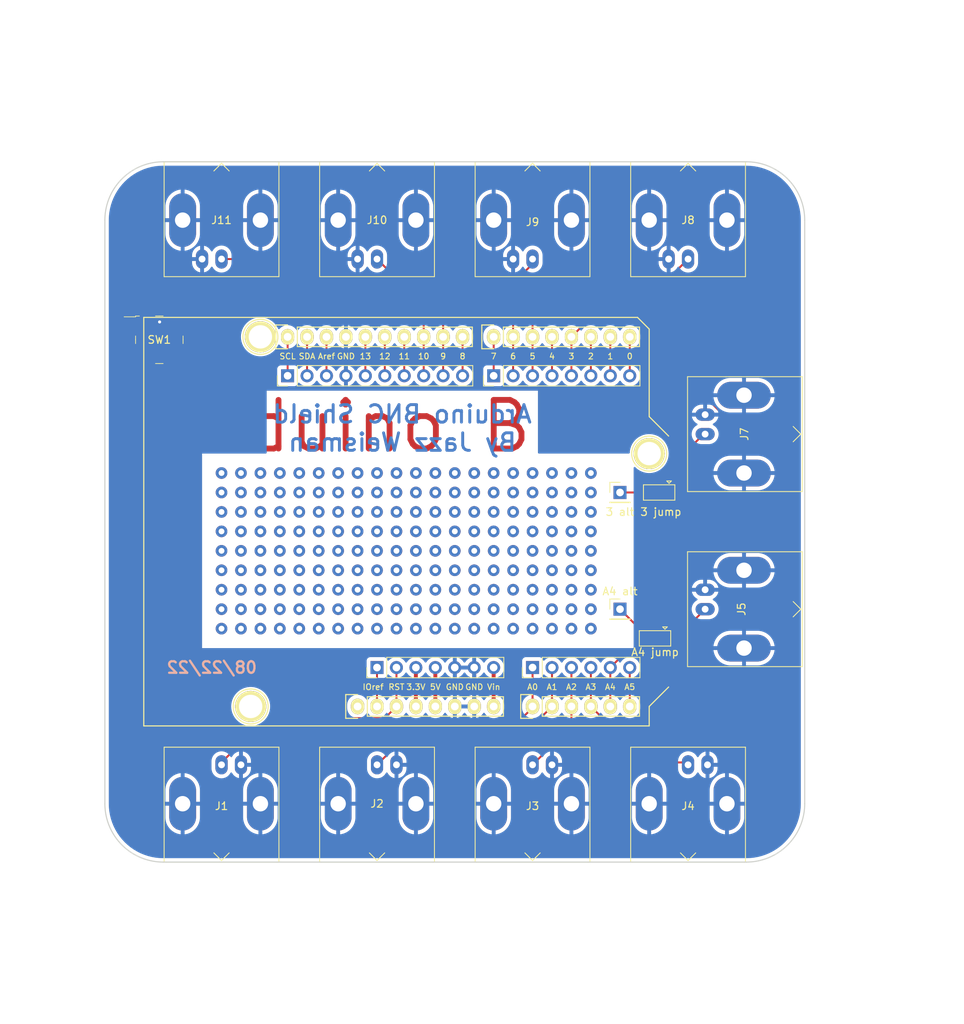
<source format=kicad_pcb>
(kicad_pcb (version 20211014) (generator pcbnew)
  (title_block (date "lun. 30 mars 2015"))
  (layers (0 "F.Cu" signal) (31 "B.Cu" signal) (34 "B.Paste" user) (35 "F.Paste" user) (36 "B.SilkS" user "B.Silkscreen") (37 "F.SilkS" user "F.Silkscreen") (38 "B.Mask" user) (39 "F.Mask" user) (44 "Edge.Cuts" user))
  (net 0 "")
  (net 1 "/IOREF")
  (net 2 "/Reset")
  (net 3 "+5V")
  (net 4 "GND")
  (net 5 "/Vin")
  (net 6 "/A0")
  (net 7 "/A1")
  (net 8 "/A2")
  (net 9 "/A3")
  (net 10 "/AREF")
  (net 11 "/A4(SDA)")
  (net 12 "/A5(SCL)")
  (net 13 "/9(**)")
  (net 14 "/8")
  (net 15 "/7")
  (net 16 "/6(**)")
  (net 17 "/5(**)")
  (net 18 "/4")
  (net 19 "/3(**)")
  (net 20 "/2")
  (net 21 "/1(Tx)")
  (net 22 "/0(Rx)")
  (net 23 "/13(SCK)")
  (net 24 "+3V3")
  (net 25 "/12(MISO)")
  (net 27 "/11(**{slash}MOSI)")
  (net 28 "/10(**{slash}SS)")
  (net 32 "Net-(J5-Pad1)")
  (net 33 "Net-(J7-Pad1)")
  (net 34 "Net-(J15-Pad1)")
  (net 35 "Net-(J16-Pad1)")
  (footprint "Socket_Arduino_Uno:Socket_Strip_Arduino_1x08" (layer "F.Cu") (at 138.938 123.825)
    (fp_text reference "P1")
    (fp_text value "Power")
  )
  (footprint "Socket_Arduino_Uno:Socket_Strip_Arduino_1x06" (layer "F.Cu") (at 161.798 123.825)
    (fp_text reference "P2")
    (fp_text value "Analog")
  )
  (footprint "Socket_Arduino_Uno:Socket_Strip_Arduino_1x10" (layer "F.Cu") (at 129.794 75.565)
    (fp_text reference "P3")
    (fp_text value "Digital")
  )
  (footprint "Socket_Arduino_Uno:Socket_Strip_Arduino_1x08" (layer "F.Cu") (at 156.718 75.565)
    (fp_text reference "P4")
    (fp_text value "Digital")
  )
  (footprint "Socket_Arduino_Uno:Arduino_1pin" (layer "F.Cu") (at 124.968 123.825)
    (fp_text reference "P5" hide)
    (fp_text value "CONN_01X01" hide)
  )
  (footprint "Socket_Arduino_Uno:Arduino_1pin" (layer "F.Cu") (at 126.238 75.565)
    (fp_text reference "P7" hide)
    (fp_text value "CONN_01X01" hide)
  )
  (footprint "Socket_Arduino_Uno:Arduino_1pin" (layer "F.Cu") (at 177.038 90.805)
    (fp_text reference "P8" hide)
    (fp_text value "CONN_01X01" hide)
  )
  (footprint "Misc_custom:4by4_thru_holes_0.1in" (layer "F.Cu") (at 122.428 94.615)
    (fp_text reference "REF**")
    (fp_text value "4by4_thru_holes_0.1in")
  )
  (footprint "Connector_Coaxial:BNC_Amphenol_B6252HB-NPP3G-50_Horizontal" (layer "F.Cu") (at 141.478 65.405)
    (fp_text reference "J10")
    (fp_text value "Conn_Coaxial")
  )
  (footprint "Connector_PinHeader_2.54mm:PinHeader_1x07_P2.54mm_Vertical" (layer "F.Cu") (at 141.473 118.745 90)
    (fp_text reference "J6")
    (fp_text value "Conn_01x07_Male")
  )
  (footprint "Connector_PinHeader_2.54mm:PinHeader_1x01_P2.54mm_Vertical" (layer "F.Cu") (at 173.228 95.885)
    (fp_text reference "3 alt")
    (fp_text value "Conn_01x01_Male")
  )
  (footprint "Misc_custom:4by4_thru_holes_0.1in" (layer "F.Cu") (at 163.068 104.775)
    (fp_text reference "REF**")
    (fp_text value "4by4_thru_holes_0.1in")
  )
  (footprint "Jumper:SolderJumper-3_P1.3mm_Bridged12_Pad1.0x1.5mm" (layer "F.Cu") (at 178.338 95.885 180)
    (fp_text reference "3 jump")
    (fp_text value "jumper")
  )
  (footprint "Connector_Coaxial:BNC_Amphenol_B6252HB-NPP3G-50_Horizontal" (layer "F.Cu") (at 182.118 65.405)
    (fp_text reference "J8")
    (fp_text value "Conn_Coaxial")
  )
  (footprint "Connector_PinHeader_2.54mm:PinHeader_1x06_P2.54mm_Vertical" (layer "F.Cu") (at 161.798 118.745 90)
    (fp_text reference "J12")
    (fp_text value "Conn_01x06_Male")
  )
  (footprint "Jumper:SolderJumper-3_P1.3mm_Bridged12_Pad1.0x1.5mm" (layer "F.Cu") (at 177.8 114.935 180)
    (fp_text reference "A4 jump")
    (fp_text value "jumper")
  )
  (footprint "Misc_custom:4_thru_holes_0.1in" (layer "F.Cu") (at 165.608 113.665)
    (fp_text reference "REF**")
    (fp_text value "4_thru_holes_0.1in")
  )
  (footprint "Connector_Coaxial:BNC_Amphenol_B6252HB-NPP3G-50_Horizontal" (layer "F.Cu") (at 121.158 65.405)
    (fp_text reference "J11")
    (fp_text value "Conn_Coaxial")
  )
  (footprint "Connector_Coaxial:BNC_Amphenol_B6252HB-NPP3G-50_Horizontal" (layer "F.Cu") (at 184.348 88.265 -90)
    (fp_text reference "J7")
    (fp_text value "Conn_Coaxial")
  )
  (footprint "Misc_custom:4_thru_holes_0.1in" (layer "F.Cu") (at 135.128 113.665)
    (fp_text reference "REF**")
    (fp_text value "4_thru_holes_0.1in")
  )
  (footprint "Misc_custom:4by4_thru_holes_0.1in" (layer "F.Cu") (at 142.748 104.775)
    (fp_text reference "REF**")
    (fp_text value "4by4_thru_holes_0.1in")
  )
  (footprint "Connector_Coaxial:BNC_Amphenol_B6252HB-NPP3G-50_Horizontal" (layer "F.Cu") (at 184.348 111.125 -90)
    (fp_text reference "J5")
    (fp_text value "Conn_Coaxial")
  )
  (footprint "Misc_custom:4by4_thru_holes_0.1in" (layer "F.Cu") (at 142.748 94.615)
    (fp_text reference "REF**")
    (fp_text value "4by4_thru_holes_0.1in")
  )
  (footprint "Connector_PinHeader_2.54mm:PinHeader_1x08_P2.54mm_Vertical" (layer "F.Cu") (at 156.718 80.645 90)
    (fp_text reference "J14")
    (fp_text value "Conn_01x08_Male")
  )
  (footprint "Misc_custom:4by4_thru_holes_0.1in" (layer "F.Cu") (at 122.428 104.775)
    (fp_text reference "REF**")
    (fp_text value "4by4_thru_holes_0.1in")
  )
  (footprint "Connector_Coaxial:BNC_Amphenol_B6252HB-NPP3G-50_Horizontal" (layer "F.Cu") (at 121.158 131.445 180)
    (fp_text reference "J1")
    (fp_text value "Conn_Coaxial")
  )
  (footprint "Connector_Coaxial:BNC_Amphenol_B6252HB-NPP3G-50_Horizontal" (layer "F.Cu") (at 182.118 131.445 180)
    (fp_text reference "J4")
    (fp_text value "Conn_Coaxial")
  )
  (footprint "Connector_PinHeader_2.54mm:PinHeader_1x01_P2.54mm_Vertical" (layer "F.Cu") (at 173.228 111.125)
    (fp_text reference "A4 alt")
    (fp_text value "Conn_01x01_Male")
  )
  (footprint "Misc_custom:4_thru_holes_0.1in" (layer "F.Cu") (at 155.448 113.665)
    (fp_text reference "REF**")
    (fp_text value "4_thru_holes_0.1in")
  )
  (footprint "Connector_Coaxial:BNC_Amphenol_B6252HB-NPP3G-50_Horizontal" (layer "F.Cu") (at 161.798 131.445 180)
    (fp_text reference "J3")
    (fp_text value "Conn_Coaxial")
  )
  (footprint "Misc_custom:4by4_thru_holes_0.1in" (layer "F.Cu") (at 152.908 94.615)
    (fp_text reference "REF**")
    (fp_text value "4by4_thru_holes_0.1in")
  )
  (footprint "Misc_custom:4by4_thru_holes_0.1in" (layer "F.Cu") (at 132.588 104.775)
    (fp_text reference "REF**")
    (fp_text value "4by4_thru_holes_0.1in")
  )
  (footprint "Connector_Coaxial:BNC_Amphenol_B6252HB-NPP3G-50_Horizontal" (layer "F.Cu") (at 161.798 65.405)
    (fp_text reference "J9")
    (fp_text value "Conn_Coaxial")
  )
  (footprint "Misc_custom:4_thru_holes_0.1in" (layer "F.Cu") (at 145.288 113.665)
    (fp_text reference "REF**")
    (fp_text value "4_thru_holes_0.1in")
  )
  (footprint "Connector_PinHeader_2.54mm:PinHeader_1x10_P2.54mm_Vertical" (layer "F.Cu") (at 129.794 80.645 90)
    (fp_text reference "J13")
    (fp_text value "Conn_01x10_Male")
  )
  (footprint "Misc_custom:4by4_thru_holes_0.1in" (layer "F.Cu") (at 163.068 94.615)
    (fp_text reference "REF**")
    (fp_text value "4by4_thru_holes_0.1in")
  )
  (footprint "Connector_Coaxial:BNC_Amphenol_B6252HB-NPP3G-50_Horizontal" (layer "F.Cu") (at 141.478 131.445 180)
    (fp_text reference "J2")
    (fp_text value "Conn_Coaxial")
  )
  (footprint "Misc_custom:4_thru_holes_0.1in" (layer "F.Cu") (at 124.968 113.665)
    (fp_text reference "REF**")
    (fp_text value "4_thru_holes_0.1in")
  )
  (footprint "Misc_custom:4by4_thru_holes_0.1in" (layer "F.Cu") (at 152.908 104.775)
    (fp_text reference "REF**")
    (fp_text value "4by4_thru_holes_0.1in")
  )
  (footprint "Misc_custom:4by4_thru_holes_0.1in" (layer "F.Cu") (at 132.588 94.615)
    (fp_text reference "REF**")
    (fp_text value "4by4_thru_holes_0.1in")
  )
  (footprint "digikey-footprints:Switch_Tactile_SMD_6x6mm_PTS645" (layer "F.Cu") (at 113.03 75.946)
    (fp_text reference "SW1")
    (fp_text value "SW_MEC_5E")
  )
  (gr_line (start 179.578 88.519) (end 177.038 85.979) (layer "F.SilkS") (width 0.15))
  (gr_line (start 177.038 126.365) (end 177.038 123.825) (layer "F.SilkS") (width 0.15))
  (gr_line (start 177.038 74.549) (end 175.514 73.025) (layer "F.SilkS") (width 0.15))
  (gr_line (start 177.038 123.825) (end 179.578 121.285) (layer "F.SilkS") (width 0.15))
  (gr_line (start 110.998 73.025) (end 110.998 126.365) (layer "F.SilkS") (width 0.15))
  (gr_line (start 110.998 126.365) (end 177.038 126.365) (layer "F.SilkS") (width 0.15))
  (gr_line (start 175.514 73.025) (end 110.998 73.025) (layer "F.SilkS") (width 0.15))
  (gr_line (start 177.038 85.979) (end 177.038 74.549) (layer "F.SilkS") (width 0.15))
  (gr_arc (start 105.918 60.325) (mid 108.149846 54.936846) (end 113.538 52.705) (layer "Edge.Cuts") (width 0.15))
  (gr_line (start 189.738 144.145) (end 113.538 144.145) (layer "Edge.Cuts") (width 0.15))
  (gr_line (start 197.358 60.325) (end 197.358 136.525) (layer "Edge.Cuts") (width 0.15))
  (gr_line (start 113.538 52.705) (end 189.738 52.705) (layer "Edge.Cuts") (width 0.15))
  (gr_arc (start 113.538 144.145) (mid 108.149846 141.913154) (end 105.918 136.525) (layer "Edge.Cuts") (width 0.15))
  (gr_arc (start 197.358 136.525) (mid 195.126153 141.913153) (end 189.738 144.145) (layer "Edge.Cuts") (width 0.15))
  (gr_arc (start 189.738 52.705) (mid 195.126154 54.936846) (end 197.358 60.325) (layer "Edge.Cuts") (width 0.15))
  (gr_line (start 105.918 136.525) (end 105.918 60.325) (layer "Edge.Cuts") (width 0.15))
  (gr_text "Arduino BNC" (at 144.78 87.249) (layer "F.Cu") (effects (font (size 6.35 6.35) (thickness 0.762))))
  (gr_text "6." (at 161.798 69.215 180) (layer "F.Cu") (effects (font (size 1.5 1.5) (thickness 0.3))))
  (gr_text "A3" (at 182.118 127.635) (layer "F.Cu") (effects (font (size 1.5 1.5) (thickness 0.3))))
  (gr_text "A1" (at 141.478 127.635) (layer "F.Cu") (effects (font (size 1.5 1.5) (thickness 0.3))))
  (gr_text "A2" (at 161.798 127.635) (layer "F.Cu") (effects (font (size 1.5 1.5) (thickness 0.3))))
  (gr_text "9." (at 141.478 69.215 180) (layer "F.Cu") (effects (font (size 1.5 1.5) (thickness 0.3))))
  (gr_text "5" (at 182.118 69.215 180) (layer "F.Cu") (effects (font (size 1.5 1.5) (thickness 0.3))))
  (gr_text "A0" (at 121.158 127.635) (layer "F.Cu") (effects (font (size 1.5 1.5) (thickness 0.3))))
  (gr_text "10" (at 121.158 69.215 180) (layer "F.Cu") (effects (font (size 1.5 1.5) (thickness 0.3))))
  (gr_text "Reset" (at 112.776 71.501) (layer "F.Cu") (effects (font (size 1.5 1.5) (thickness 0.3))))
  (gr_text "A4" (at 180.721 111.125 90) (layer "F.Cu") (effects (font (size 1.5 1.5) (thickness 0.3))))
  (gr_text "3" (at 180.721 88.265 90) (layer "F.Cu") (effects (font (size 1.5 1.5) (thickness 0.3))))
  (gr_text "Arduino BNC Shield\nBy Jazz Weisman" (at 144.78 87.503) (layer "B.Cu") (effects (font (size 2.286 2.286) (thickness 0.381)) (justify mirror)))
  (gr_text "08/22/22" (at 119.888 118.745) (layer "B.SilkS") (effects (font (size 1.5 1.5) (thickness 0.3)) (justify mirror)))
  (gr_text "Vin" (at 156.718 121.285) (layer "F.SilkS") (effects (font (size 0.762 0.762) (thickness 0.127))))
  (gr_text "3.3V" (at 146.558 121.285) (layer "F.SilkS") (effects (font (size 0.762 0.762) (thickness 0.127))))
  (gr_text "13" (at 139.954 78.105) (layer "F.SilkS") (effects (font (size 0.762 0.762) (thickness 0.127))))
  (gr_text "A0" (at 161.798 121.285) (layer "F.SilkS") (effects (font (size 0.762 0.762) (thickness 0.127))))
  (gr_text "A1" (at 164.338 121.285) (layer "F.SilkS") (effects (font (size 0.762 0.762) (thickness 0.127))))
  (gr_text "3" (at 166.878 78.105) (layer "F.SilkS") (effects (font (size 0.762 0.762) (thickness 0.127))))
  (gr_text "8" (at 152.654 78.105) (layer "F.SilkS") (effects (font (size 0.762 0.762) (thickness 0.127))))
  (gr_text "5V" (at 149.098 121.285) (layer "F.SilkS") (effects (font (size 0.762 0.762) (thickness 0.127))))
  (gr_text "9" (at 150.114 78.105) (layer "F.SilkS") (effects (font (size 0.762 0.762) (thickness 0.127))))
  (gr_text "12" (at 142.494 78.105) (layer "F.SilkS") (effects (font (size 0.762 0.762) (thickness 0.127))))
  (gr_text "Aref" (at 134.874 78.105) (layer "F.SilkS") (effects (font (size 0.762 0.762) (thickness 0.127))))
  (gr_text "11" (at 145.034 78.105) (layer "F.SilkS") (effects (font (size 0.762 0.762) (thickness 0.127))))
  (gr_text "4" (at 164.338 78.105) (layer "F.SilkS") (effects (font (size 0.762 0.762) (thickness 0.127))))
  (gr_text "A4" (at 171.958 121.285) (layer "F.SilkS") (effects (font (size 0.762 0.762) (thickness 0.127))))
  (gr_text "SDA" (at 132.334 78.105) (layer "F.SilkS") (effects (font (size 0.762 0.762) (thickness 0.127))))
  (gr_text "A2" (at 166.878 121.285) (layer "F.SilkS") (effects (font (size 0.762 0.762) (thickness 0.127))))
  (gr_text "7" (at 156.718 78.105) (layer "F.SilkS") (effects (font (size 0.762 0.762) (thickness 0.127))))
  (gr_text "GND" (at 151.638 121.285) (layer "F.SilkS") (effects (font (size 0.762 0.762) (thickness 0.127))))
  (gr_text "10" (at 147.574 78.105) (layer "F.SilkS") (effects (font (size 0.762 0.762) (thickness 0.127))))
  (gr_text "RST" (at 144.018 121.285) (layer "F.SilkS") (effects (font (size 0.762 0.762) (thickness 0.127))))
  (gr_text "5" (at 161.798 78.105) (layer "F.SilkS") (effects (font (size 0.762 0.762) (thickness 0.127))))
  (gr_text "2" (at 169.418 78.105) (layer "F.SilkS") (effects (font (size 0.762 0.762) (thickness 0.127))))
  (gr_text "6" (at 159.258 78.105) (layer "F.SilkS") (effects (font (size 0.762 0.762) (thickness 0.127))))
  (gr_text "1" (at 171.958 78.105) (layer "F.SilkS") (effects (font (size 0.762 0.762) (thickness 0.127))))
  (gr_text "GND" (at 137.414 78.105) (layer "F.SilkS") (effects (font (size 0.762 0.762) (thickness 0.127))))
  (gr_text "GND" (at 154.178 121.285) (layer "F.SilkS") (effects (font (size 0.762 0.762) (thickness 0.127))))
  (gr_text "A5" (at 174.498 121.285) (layer "F.SilkS") (effects (font (size 0.762 0.762) (thickness 0.127))))
  (gr_text "A3" (at 169.418 121.285) (layer "F.SilkS") (effects (font (size 0.762 0.762) (thickness 0.127))))
  (gr_text "IOref" (at 140.97 121.285) (layer "F.SilkS") (effects (font (size 0.762 0.762) (thickness 0.127))))
  (gr_text "SCL" (at 129.794 78.105) (layer "F.SilkS") (effects (font (size 0.762 0.762) (thickness 0.127))))
  (gr_text "0" (at 174.498 78.105) (layer "F.SilkS") (effects (font (size 0.762 0.762) (thickness 0.127))))
  (segment (start 141.473 118.745) (end 141.473 123.82) (width 0.25) (layer "F.Cu") (net 1))
  (segment (start 141.473 123.82) (end 141.478 123.825) (width 0.25) (layer "F.Cu") (net 1))
  (segment (start 144.018 123.825) (end 142.494 125.349) (width 0.25) (layer "F.Cu") (net 2))
  (segment (start 142.494 125.349) (end 132.334 125.349) (width 0.25) (layer "F.Cu") (net 2))
  (segment (start 132.334 125.349) (end 127 120.015) (width 0.25) (layer "F.Cu") (net 2))
  (segment (start 127 120.015) (end 120.65 120.015) (width 0.25) (layer "F.Cu") (net 2))
  (segment (start 120.65 120.015) (end 109.055 108.42) (width 0.25) (layer "F.Cu") (net 2))
  (segment (start 144.018 123.825) (end 144.018 118.75) (width 0.25) (layer "F.Cu") (net 2))
  (segment (start 109.055 78.196) (end 117.005 78.196) (width 0.25) (layer "F.Cu") (net 2))
  (segment (start 144.018 118.75) (end 144.013 118.745) (width 0.25) (layer "F.Cu") (net 2))
  (segment (start 109.055 108.42) (end 109.055 78.196) (width 0.25) (layer "F.Cu") (net 2))
  (segment (start 149.098 118.75) (end 149.093 118.745) (width 0.25) (layer "F.Cu") (net 3))
  (segment (start 149.098 123.825) (end 149.098 118.75) (width 0.508) (layer "F.Cu") (net 3))
  (segment (start 113.357232 73.906532) (end 113.067232 73.616532) (width 0.254) (layer "F.Cu") (net 4))
  (segment (start 109.092232 73.906532) (end 112.777232 73.906532) (width 0.254) (layer "F.Cu") (net 4))
  (segment (start 151.638 123.825) (end 151.638 118.75) (width 0.508) (layer "F.Cu") (net 4))
  (segment (start 137.414 75.565) (end 137.414 80.645) (width 0.508) (layer "F.Cu") (net 4))
  (segment (start 151.638 118.75) (end 151.633 118.745) (width 0.25) (layer "F.Cu") (net 4))
  (segment (start 117.042232 73.906532) (end 113.357232 73.906532) (width 0.254) (layer "F.Cu") (net 4))
  (segment (start 154.178 118.75) (end 154.173 118.745) (width 0.25) (layer "F.Cu") (net 4))
  (segment (start 154.178 123.825) (end 154.178 118.75) (width 0.508) (layer "F.Cu") (net 4))
  (via (at 113.067232 73.616532) (size 0.6) (drill 0.4) (layers "F.Cu" "B.Cu") (net 4))
  (segment (start 156.713 118.745) (end 156.713 123.82) (width 0.508) (layer "F.Cu") (net 5))
  (segment (start 156.713 123.82) (end 156.718 123.825) (width 0.25) (layer "F.Cu") (net 5))
  (segment (start 161.798 123.9774) (end 159.974889 125.800511) (width 0.254) (layer "F.Cu") (net 6))
  (segment (start 159.974889 125.800511) (end 129.850489 125.800511) (width 0.254) (layer "F.Cu") (net 6))
  (segment (start 127 128.651) (end 123.642 128.651) (width 0.254) (layer "F.Cu") (net 6))
  (segment (start 129.850489 125.800511) (end 127 128.651) (width 0.254) (layer "F.Cu") (net 6))
  (segment (start 123.642 128.651) (end 121.158 131.135) (width 0.254) (layer "F.Cu") (net 6))
  (segment (start 161.798 123.825) (end 161.798 118.745) (width 0.254) (layer "F.Cu") (net 6))
  (segment (start 161.798 123.825) (end 161.798 123.9774) (width 0.254) (layer "F.Cu") (net 6))
  (segment (start 162.433 125.73) (end 164.338 123.825) (width 0.254) (layer "F.Cu") (net 7))
  (segment (start 141.478 131.445) (end 146.558 126.365) (width 0.254) (layer "F.Cu") (net 7))
  (segment (start 160.528 126.365) (end 161.163 125.73) (width 0.254) (layer "F.Cu") (net 7))
  (segment (start 161.163 125.73) (end 162.433 125.73) (width 0.254) (layer "F.Cu") (net 7))
  (segment (start 146.558 126.365) (end 160.528 126.365) (width 0.254) (layer "F.Cu") (net 7))
  (segment (start 164.338 118.745) (end 164.338 123.825) (width 0.25) (layer "F.Cu") (net 7))
  (segment (start 166.878 126.365) (end 166.878 123.825) (width 0.254) (layer "F.Cu") (net 8))
  (segment (start 166.878 123.825) (end 166.878 118.745) (width 0.254) (layer "F.Cu") (net 8))
  (segment (start 162.108 131.135) (end 166.878 126.365) (width 0.254) (layer "F.Cu") (net 8))
  (segment (start 161.798 131.135) (end 162.108 131.135) (width 0.254) (layer "F.Cu") (net 8))
  (segment (start 176.728 131.135) (end 169.418 123.825) (width 0.254) (layer "F.Cu") (net 9))
  (segment (start 182.118 131.135) (end 176.728 131.135) (width 0.254) (layer "F.Cu") (net 9))
  (segment (start 169.418 118.745) (end 169.418 123.825) (width 0.25) (layer "F.Cu") (net 9))
  (segment (start 134.874 80.645) (end 134.874 75.565) (width 0.25) (layer "F.Cu") (net 10))
  (segment (start 171.958 118.745) (end 171.958 122.809) (width 0.25) (layer "F.Cu") (net 11))
  (segment (start 173.482 117.221) (end 171.958 118.745) (width 0.254) (layer "F.Cu") (net 11))
  (segment (start 178.562 117.221) (end 173.482 117.221) (width 0.254) (layer "F.Cu") (net 11))
  (segment (start 179.1 114.935) (end 179.324 115.159) (width 0.254) (layer "F.Cu") (net 11))
  (segment (start 132.334 80.645) (end 132.334 75.565) (width 0.25) (layer "F.Cu") (net 11))
  (segment (start 179.324 116.459) (end 178.562 117.221) (width 0.254) (layer "F.Cu") (net 11))
  (segment (start 179.324 115.159) (end 179.324 116.459) (width 0.254) (layer "F.Cu") (net 11))
  (segment (start 174.498 123.825) (end 174.498 118.745) (width 0.25) (layer "F.Cu") (net 12))
  (segment (start 129.794 75.565) (end 129.794 80.645) (width 0.25) (layer "F.Cu") (net 12))
  (segment (start 150.114 74.041) (end 150.114 75.565) (width 0.254) (layer "F.Cu") (net 13))
  (segment (start 150.114 80.645) (end 150.114 75.565) (width 0.25) (layer "F.Cu") (net 13))
  (segment (start 141.478 65.405) (end 150.114 74.041) (width 0.254) (layer "F.Cu") (net 13))
  (segment (start 152.654 75.565) (end 152.654 80.645) (width 0.25) (layer "F.Cu") (net 14))
  (segment (start 156.718 80.645) (end 156.718 75.565) (width 0.25) (layer "F.Cu") (net 15))
  (segment (start 159.258 75.565) (end 159.258 80.645) (width 0.254) (layer "F.Cu") (net 16))
  (segment (start 159.258 68.58) (end 161.798 66.04) (width 0.254) (layer "F.Cu") (net 16))
  (segment (start 161.798 66.04) (end 161.798 65.405) (width 0.254) (layer "F.Cu") (net 16))
  (segment (start 159.258 75.565) (end 159.258 68.58) (width 0.254) (layer "F.Cu") (net 16))
  (segment (start 161.798 73.025) (end 161.798 75.565) (width 0.254) (layer "F.Cu") (net 17))
  (segment (start 164.338 70.485) (end 161.798 73.025) (width 0.254) (layer "F.Cu") (net 17))
  (segment (start 161.798 80.645) (end 161.798 75.565) (width 0.25) (layer "F.Cu") (net 17))
  (segment (start 182.118 65.405) (end 177.038 70.485) (width 0.254) (layer "F.Cu") (net 17))
  (segment (start 177.038 70.485) (end 164.338 70.485) (width 0.254) (layer "F.Cu") (net 17))
  (segment (start 164.338 75.565) (end 164.338 80.645) (width 0.25) (layer "F.Cu") (net 18))
  (segment (start 187.198 88.325) (end 187.198 86.233) (width 0.254) (layer "F.Cu") (net 19))
  (segment (start 169.672 72.771) (end 166.878 75.565) (width 0.254) (layer "F.Cu") (net 19))
  (segment (start 166.878 80.645) (end 166.878 75.565) (width 0.25) (layer "F.Cu") (net 19))
  (segment (start 176.53 72.771) (end 169.672 72.771) (width 0.254) (layer "F.Cu") (net 19))
  (segment (start 180.594 79.629) (end 180.594 76.835) (width 0.254) (layer "F.Cu") (net 19))
  (segment (start 179.638 95.885) (end 187.198 88.325) (width 0.254) (layer "F.Cu") (net 19))
  (segment (start 180.594 76.835) (end 176.53 72.771) (width 0.254) (layer "F.Cu") (net 19))
  (segment (start 187.198 86.233) (end 180.594 79.629) (width 0.254) (layer "F.Cu") (net 19))
  (segment (start 169.418 80.645) (end 169.418 75.565) (width 0.25) (layer "F.Cu") (net 20))
  (segment (start 171.958 75.565) (end 171.958 80.645) (width 0.25) (layer "F.Cu") (net 21))
  (segment (start 174.498 80.645) (end 174.498 75.565) (width 0.25) (layer "F.Cu") (net 22))
  (segment (start 139.954 80.645) (end 139.954 75.565) (width 0.25) (layer "F.Cu") (net 23))
  (segment (start 146.553 118.745) (end 146.553 123.82) (width 0.508) (layer "F.Cu") (net 24))
  (segment (start 146.553 123.82) (end 146.558 123.825) (width 0.25) (layer "F.Cu") (net 24))
  (segment (start 142.494 75.565) (end 142.494 80.645) (width 0.25) (layer "F.Cu") (net 25))
  (segment (start 145.034 80.645) (end 145.034 75.565) (width 0.25) (layer "F.Cu") (net 27))
  (segment (start 147.574 75.565) (end 147.574 80.645) (width 0.254) (layer "F.Cu") (net 28))
  (segment (start 123.698 65.405) (end 130.048 71.755) (width 0.254) (layer "F.Cu") (net 28))
  (segment (start 145.288 71.755) (end 147.574 74.041) (width 0.254) (layer "F.Cu") (net 28))
  (segment (start 130.048 71.755) (end 145.288 71.755) (width 0.254) (layer "F.Cu") (net 28))
  (segment (start 121.158 65.405) (end 123.698 65.405) (width 0.254) (layer "F.Cu") (net 28))
  (segment (start 147.574 74.041) (end 147.574 75.565) (width 0.254) (layer "F.Cu") (net 28))
  (segment (start 182.619231 112.853769) (end 184.348 111.125) (width 0.254) (layer "F.Cu") (net 32))
  (segment (start 177.8 114.935) (end 177.8 113.411) (width 0.254) (layer "F.Cu") (net 32))
  (segment (start 178.357231 112.853769) (end 182.619231 112.853769) (width 0.254) (layer "F.Cu") (net 32))
  (segment (start 177.8 113.411) (end 178.357231 112.853769) (width 0.254) (layer "F.Cu") (net 32))
  (segment (start 184.15 88.265) (end 184.348 88.265) (width 0.254) (layer "F.Cu") (net 33))
  (segment (start 178.338 94.077) (end 184.15 88.265) (width 0.254) (layer "F.Cu") (net 33))
  (segment (start 178.338 95.885) (end 178.338 94.077) (width 0.254) (layer "F.Cu") (net 33))
  (segment (start 176.5 114.397) (end 176.5 114.935) (width 0.254) (layer "F.Cu") (net 34))
  (segment (start 173.228 111.125) (end 176.5 114.397) (width 0.254) (layer "F.Cu") (net 34))
  (segment (start 177.038 95.885) (end 173.228 95.885) (width 0.254) (layer "F.Cu") (net 35))
  (zone (net 0) (net_name "") (layer "B.Cu") (connect_pads (clearance 0)) (min_thickness 0.254)
    (keepout (tracks allowed) (vias allowed) (pads allowed) (copperpour not_allowed) (footprints allowed))
    (fill (thermal_gap 0.508) (thermal_bridge_width 0.508))
    (polygon (pts (xy 175.006 116.205) (xy 118.618 116.205) (xy 118.618 90.805) (xy 175.006 90.805)))
  )
  (zone (net 4) (net_name "GND") (layer "B.Cu") (connect_pads (clearance 0.508)) (min_thickness 0.254) (fill yes (thermal_gap 0.508) (thermal_bridge_width 0.508))
    (polygon (pts (xy 197.358 144.145) (xy 105.918 144.145) (xy 105.918 52.705) (xy 197.358 52.705)))
  )
)
</source>
